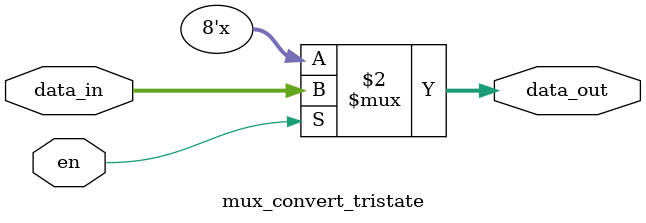
<source format=sv>

module mux_convert #(parameter DW=8, CH=4) (
    input  wire [CH*DW-1:0]    data_in,   // Input data bus (CH channels, DW bits each)
    input  wire [$clog2(CH)-1:0] sel,     // Channel select
    input  wire                en,        // Output enable
    output wire [DW-1:0]       data_out   // Tri-state output
);

    // Internal signal for mux output
    wire [DW-1:0] mux_selected_data;

    // Instantiate multiplexer logic
    mux_convert_mux #(
        .DW(DW),
        .CH(CH)
    ) u_mux (
        .data_in(data_in),
        .sel(sel),
        .data_out(mux_selected_data)
    );

    // Instantiate tri-state output logic
    mux_convert_tristate #(
        .DW(DW)
    ) u_tristate (
        .data_in(mux_selected_data),
        .en(en),
        .data_out(data_out)
    );

endmodule

// -----------------------------------------------------------------------------
// Submodule: mux_convert_mux
// Description: Parameterized multiplexer. Selects one of CH input words of DW bits.
// -----------------------------------------------------------------------------
module mux_convert_mux #(parameter DW=8, CH=4) (
    input  wire [CH*DW-1:0]        data_in,   // Flat input bus
    input  wire [$clog2(CH)-1:0]   sel,       // Channel select
    output wire [DW-1:0]           data_out   // Selected output
);
    // Extract selected channel using generate for scalability and resource efficiency
    reg [DW-1:0] mux_data;
    integer i;
    always @* begin
        mux_data = {DW{1'b0}};
        for (i = 0; i < CH; i = i + 1) begin
            if (sel == i)
                mux_data = data_in[i*DW +: DW];
        end
    end
    assign data_out = mux_data;
endmodule

// -----------------------------------------------------------------------------
// Submodule: mux_convert_tristate
// Description: Tri-state output logic for mux output with enable control
// -----------------------------------------------------------------------------
module mux_convert_tristate #(parameter DW=8) (
    input  wire [DW-1:0] data_in,   // Data input from mux
    input  wire          en,        // Output enable
    output wire [DW-1:0] data_out   // Tri-state data output
);
    // Tri-state output controlled by enable signal
    assign data_out = en ? data_in : {DW{1'bz}};
endmodule
</source>
